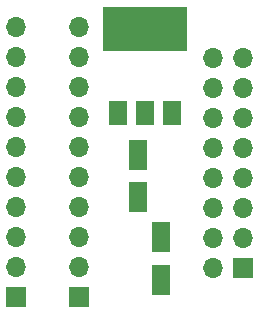
<source format=gbr>
%TF.GenerationSoftware,KiCad,Pcbnew,(6.99.0-1006-g2560c8f31b)*%
%TF.CreationDate,2022-03-06T10:16:36+01:00*%
%TF.ProjectId,freeDSP-aurora-expansion-port-extender,66726565-4453-4502-9d61-75726f72612d,rev?*%
%TF.SameCoordinates,Original*%
%TF.FileFunction,Soldermask,Top*%
%TF.FilePolarity,Negative*%
%FSLAX46Y46*%
G04 Gerber Fmt 4.6, Leading zero omitted, Abs format (unit mm)*
G04 Created by KiCad (PCBNEW (6.99.0-1006-g2560c8f31b)) date 2022-03-06 10:16:36*
%MOMM*%
%LPD*%
G01*
G04 APERTURE LIST*
G04 Aperture macros list*
%AMRoundRect*
0 Rectangle with rounded corners*
0 $1 Rounding radius*
0 $2 $3 $4 $5 $6 $7 $8 $9 X,Y pos of 4 corners*
0 Add a 4 corners polygon primitive as box body*
4,1,4,$2,$3,$4,$5,$6,$7,$8,$9,$2,$3,0*
0 Add four circle primitives for the rounded corners*
1,1,$1+$1,$2,$3*
1,1,$1+$1,$4,$5*
1,1,$1+$1,$6,$7*
1,1,$1+$1,$8,$9*
0 Add four rect primitives between the rounded corners*
20,1,$1+$1,$2,$3,$4,$5,0*
20,1,$1+$1,$4,$5,$6,$7,0*
20,1,$1+$1,$6,$7,$8,$9,0*
20,1,$1+$1,$8,$9,$2,$3,0*%
G04 Aperture macros list end*
%ADD10R,1.700000X1.700000*%
%ADD11O,1.700000X1.700000*%
%ADD12R,3.800000X2.000000*%
%ADD13RoundRect,0.249600X-0.550400X1.050400X-0.550400X-1.050400X0.550400X-1.050400X0.550400X1.050400X0*%
%ADD14RoundRect,0.250000X-0.550000X1.050000X-0.550000X-1.050000X0.550000X-1.050000X0.550000X1.050000X0*%
%ADD15R,1.500000X2.000000*%
G04 APERTURE END LIST*
D10*
%TO.C,J4*%
X144376999Y-99089999D03*
D11*
X144376999Y-96549999D03*
X144376999Y-94009999D03*
X144376999Y-91469999D03*
X144376999Y-88929999D03*
X144376999Y-86389999D03*
X144376999Y-83849999D03*
X144376999Y-81309999D03*
X144376999Y-78769999D03*
X144376999Y-76229999D03*
%TD*%
D12*
%TO.C,*%
X151641399Y-75493399D03*
%TD*%
D13*
%TO.C,C2*%
X149355400Y-87028400D03*
X149355400Y-90628400D03*
%TD*%
D14*
%TO.C,C1*%
X151260400Y-94010000D03*
X151260400Y-97610000D03*
%TD*%
D12*
%TO.C,*%
X151641399Y-77195199D03*
%TD*%
D10*
%TO.C,J4*%
X139042999Y-99084999D03*
D11*
X139042999Y-96544999D03*
X139042999Y-94004999D03*
X139042999Y-91464999D03*
X139042999Y-88924999D03*
X139042999Y-86384999D03*
X139042999Y-83844999D03*
X139042999Y-81304999D03*
X139042999Y-78764999D03*
X139042999Y-76224999D03*
%TD*%
D15*
%TO.C,U1*%
X147664999Y-83495199D03*
X149964999Y-83495199D03*
D12*
X149964999Y-77195199D03*
D15*
X152264999Y-83495199D03*
%TD*%
D12*
%TO.C,*%
X148288599Y-75493399D03*
%TD*%
%TO.C,*%
X148288599Y-77195199D03*
%TD*%
D10*
%TO.C,J2*%
X158219999Y-96626199D03*
D11*
X155679999Y-96626199D03*
X158219999Y-94086199D03*
X155679999Y-94086199D03*
X158219999Y-91546199D03*
X155679999Y-91546199D03*
X158219999Y-89006199D03*
X155679999Y-89006199D03*
X158219999Y-86466199D03*
X155679999Y-86466199D03*
X158219999Y-83926199D03*
X155679999Y-83926199D03*
X158219999Y-81386199D03*
X155679999Y-81386199D03*
X158219999Y-78846199D03*
X155679999Y-78846199D03*
%TD*%
M02*

</source>
